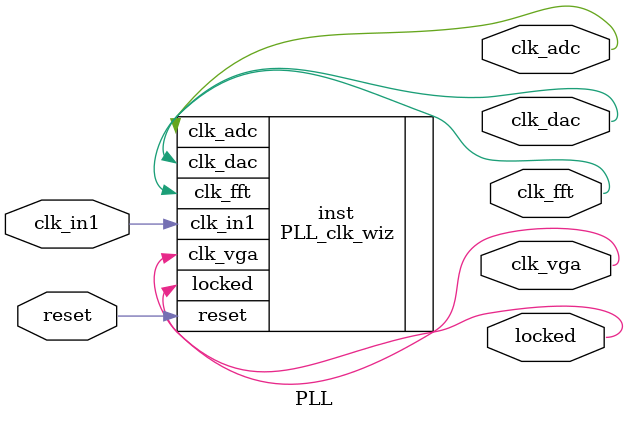
<source format=v>


`timescale 1ps/1ps

(* CORE_GENERATION_INFO = "PLL,clk_wiz_v6_0_3_0_0,{component_name=PLL,use_phase_alignment=true,use_min_o_jitter=false,use_max_i_jitter=false,use_dyn_phase_shift=false,use_inclk_switchover=false,use_dyn_reconfig=false,enable_axi=0,feedback_source=FDBK_AUTO,PRIMITIVE=MMCM,num_out_clk=4,clkin1_period=10.000,clkin2_period=10.000,use_power_down=false,use_reset=true,use_locked=true,use_inclk_stopped=false,feedback_type=SINGLE,CLOCK_MGR_TYPE=NA,manual_override=false}" *)

module PLL 
 (
  // Clock out ports
  output        clk_dac,
  output        clk_adc,
  output        clk_vga,
  output        clk_fft,
  // Status and control signals
  input         reset,
  output        locked,
 // Clock in ports
  input         clk_in1
 );

  PLL_clk_wiz inst
  (
  // Clock out ports  
  .clk_dac(clk_dac),
  .clk_adc(clk_adc),
  .clk_vga(clk_vga),
  .clk_fft(clk_fft),
  // Status and control signals               
  .reset(reset), 
  .locked(locked),
 // Clock in ports
  .clk_in1(clk_in1)
  );

endmodule

</source>
